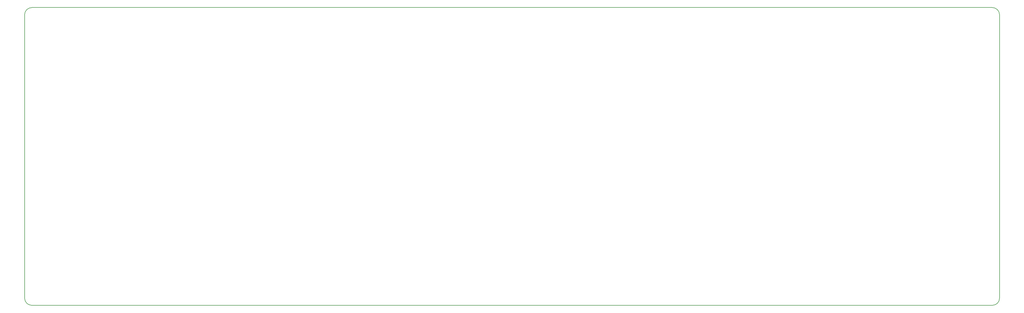
<source format=gm1>
G04 #@! TF.GenerationSoftware,KiCad,Pcbnew,(6.0.9)*
G04 #@! TF.CreationDate,2022-12-29T20:39:02-06:00*
G04 #@! TF.ProjectId,BasePCB,42617365-5043-4422-9e6b-696361645f70,rev?*
G04 #@! TF.SameCoordinates,Original*
G04 #@! TF.FileFunction,Profile,NP*
%FSLAX46Y46*%
G04 Gerber Fmt 4.6, Leading zero omitted, Abs format (unit mm)*
G04 Created by KiCad (PCBNEW (6.0.9)) date 2022-12-29 20:39:02*
%MOMM*%
%LPD*%
G01*
G04 APERTURE LIST*
G04 #@! TA.AperFunction,Profile*
%ADD10C,0.150000*%
G04 #@! TD*
G04 APERTURE END LIST*
D10*
X173037500Y42862500D02*
X-143668750Y42862500D01*
X175418750Y135731250D02*
X175418750Y138906250D01*
X-146050000Y135731250D02*
X-146050000Y138906250D01*
X173037500Y42862550D02*
G75*
G03*
X175418750Y45243750I0J2381250D01*
G01*
X175418800Y138906250D02*
G75*
G03*
X173037500Y141287500I-2381300J-50D01*
G01*
X-143668750Y141287500D02*
G75*
G03*
X-146050000Y138906250I0J-2381250D01*
G01*
X-146050000Y45243750D02*
G75*
G03*
X-143668750Y42862500I2381250J0D01*
G01*
X175418750Y135731250D02*
X175418750Y45243750D01*
X-146050000Y135731250D02*
X-146050000Y45243750D01*
X-143668750Y141287500D02*
X173037500Y141287500D01*
M02*

</source>
